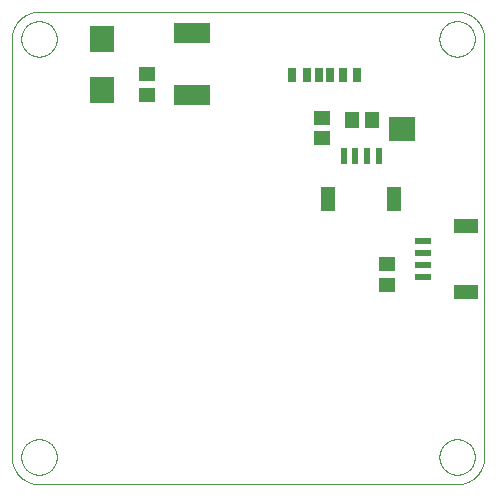
<source format=gtp>
G04 EAGLE Gerber RS-274X export*
G75*
%MOMM*%
%FSLAX34Y34*%
%LPD*%
%INParts Top*%
%IPPOS*%
%AMOC8*
5,1,8,0,0,1.08239X$1,22.5*%
G01*
G04 Define Apertures*
%ADD10C,0.000000*%
%ADD11R,0.700000X1.200000*%
%ADD12R,0.760000X1.200000*%
%ADD13R,0.800000X1.200000*%
%ADD14R,3.150000X1.780000*%
%ADD15R,2.123900X2.284100*%
%ADD16R,1.200000X2.000000*%
%ADD17R,0.600000X1.350000*%
%ADD18R,1.465300X1.164600*%
%ADD19R,2.000000X1.200000*%
%ADD20R,1.350000X0.600000*%
%ADD21R,2.235200X2.057400*%
%ADD22R,1.164600X1.465300*%
D10*
X23000Y400000D02*
X22444Y399993D01*
X21889Y399973D01*
X21334Y399940D01*
X20780Y399893D01*
X20228Y399832D01*
X19677Y399759D01*
X19128Y399672D01*
X18581Y399572D01*
X18037Y399458D01*
X17496Y399332D01*
X16958Y399192D01*
X16423Y399040D01*
X15893Y398874D01*
X15366Y398696D01*
X14844Y398505D01*
X14327Y398302D01*
X13815Y398086D01*
X13308Y397858D01*
X12807Y397618D01*
X12311Y397365D01*
X11822Y397101D01*
X11340Y396825D01*
X10864Y396538D01*
X10396Y396239D01*
X9935Y395929D01*
X9481Y395607D01*
X9035Y395275D01*
X8598Y394933D01*
X8169Y394579D01*
X7748Y394216D01*
X7337Y393842D01*
X6934Y393459D01*
X6541Y393066D01*
X6158Y392663D01*
X5784Y392252D01*
X5421Y391831D01*
X5067Y391402D01*
X4725Y390965D01*
X4393Y390519D01*
X4071Y390065D01*
X3761Y389604D01*
X3462Y389136D01*
X3175Y388660D01*
X2899Y388178D01*
X2635Y387689D01*
X2382Y387193D01*
X2142Y386692D01*
X1914Y386185D01*
X1698Y385673D01*
X1495Y385156D01*
X1304Y384634D01*
X1126Y384107D01*
X960Y383577D01*
X808Y383042D01*
X668Y382504D01*
X542Y381963D01*
X428Y381419D01*
X328Y380872D01*
X241Y380323D01*
X168Y379772D01*
X107Y379220D01*
X60Y378666D01*
X27Y378111D01*
X7Y377556D01*
X0Y377000D01*
X23000Y400000D02*
X377000Y400000D01*
X377556Y399993D01*
X378111Y399973D01*
X378666Y399940D01*
X379220Y399893D01*
X379772Y399832D01*
X380323Y399759D01*
X380872Y399672D01*
X381419Y399572D01*
X381963Y399458D01*
X382504Y399332D01*
X383042Y399192D01*
X383577Y399040D01*
X384107Y398874D01*
X384634Y398696D01*
X385156Y398505D01*
X385673Y398302D01*
X386185Y398086D01*
X386692Y397858D01*
X387193Y397618D01*
X387689Y397365D01*
X388178Y397101D01*
X388660Y396825D01*
X389136Y396538D01*
X389604Y396239D01*
X390065Y395929D01*
X390519Y395607D01*
X390965Y395275D01*
X391402Y394933D01*
X391831Y394579D01*
X392252Y394216D01*
X392663Y393842D01*
X393066Y393459D01*
X393459Y393066D01*
X393842Y392663D01*
X394216Y392252D01*
X394579Y391831D01*
X394933Y391402D01*
X395275Y390965D01*
X395607Y390519D01*
X395929Y390065D01*
X396239Y389604D01*
X396538Y389136D01*
X396825Y388660D01*
X397101Y388178D01*
X397365Y387689D01*
X397618Y387193D01*
X397858Y386692D01*
X398086Y386185D01*
X398302Y385673D01*
X398505Y385156D01*
X398696Y384634D01*
X398874Y384107D01*
X399040Y383577D01*
X399192Y383042D01*
X399332Y382504D01*
X399458Y381963D01*
X399572Y381419D01*
X399672Y380872D01*
X399759Y380323D01*
X399832Y379772D01*
X399893Y379220D01*
X399940Y378666D01*
X399973Y378111D01*
X399993Y377556D01*
X400000Y377000D01*
X400000Y23000D01*
X399993Y22444D01*
X399973Y21889D01*
X399940Y21334D01*
X399893Y20780D01*
X399832Y20228D01*
X399759Y19677D01*
X399672Y19128D01*
X399572Y18581D01*
X399458Y18037D01*
X399332Y17496D01*
X399192Y16958D01*
X399040Y16423D01*
X398874Y15893D01*
X398696Y15366D01*
X398505Y14844D01*
X398302Y14327D01*
X398086Y13815D01*
X397858Y13308D01*
X397618Y12807D01*
X397365Y12311D01*
X397101Y11822D01*
X396825Y11340D01*
X396538Y10864D01*
X396239Y10396D01*
X395929Y9935D01*
X395607Y9481D01*
X395275Y9035D01*
X394933Y8598D01*
X394579Y8169D01*
X394216Y7748D01*
X393842Y7337D01*
X393459Y6934D01*
X393066Y6541D01*
X392663Y6158D01*
X392252Y5784D01*
X391831Y5421D01*
X391402Y5067D01*
X390965Y4725D01*
X390519Y4393D01*
X390065Y4071D01*
X389604Y3761D01*
X389136Y3462D01*
X388660Y3175D01*
X388178Y2899D01*
X387689Y2635D01*
X387193Y2382D01*
X386692Y2142D01*
X386185Y1914D01*
X385673Y1698D01*
X385156Y1495D01*
X384634Y1304D01*
X384107Y1126D01*
X383577Y960D01*
X383042Y808D01*
X382504Y668D01*
X381963Y542D01*
X381419Y428D01*
X380872Y328D01*
X380323Y241D01*
X379772Y168D01*
X379220Y107D01*
X378666Y60D01*
X378111Y27D01*
X377556Y7D01*
X377000Y0D01*
X23000Y0D01*
X22444Y7D01*
X21889Y27D01*
X21334Y60D01*
X20780Y107D01*
X20228Y168D01*
X19677Y241D01*
X19128Y328D01*
X18581Y428D01*
X18037Y542D01*
X17496Y668D01*
X16958Y808D01*
X16423Y960D01*
X15893Y1126D01*
X15366Y1304D01*
X14844Y1495D01*
X14327Y1698D01*
X13815Y1914D01*
X13308Y2142D01*
X12807Y2382D01*
X12311Y2635D01*
X11822Y2899D01*
X11340Y3175D01*
X10864Y3462D01*
X10396Y3761D01*
X9935Y4071D01*
X9481Y4393D01*
X9035Y4725D01*
X8598Y5067D01*
X8169Y5421D01*
X7748Y5784D01*
X7337Y6158D01*
X6934Y6541D01*
X6541Y6934D01*
X6158Y7337D01*
X5784Y7748D01*
X5421Y8169D01*
X5067Y8598D01*
X4725Y9035D01*
X4393Y9481D01*
X4071Y9935D01*
X3761Y10396D01*
X3462Y10864D01*
X3175Y11340D01*
X2899Y11822D01*
X2635Y12311D01*
X2382Y12807D01*
X2142Y13308D01*
X1914Y13815D01*
X1698Y14327D01*
X1495Y14844D01*
X1304Y15366D01*
X1126Y15893D01*
X960Y16423D01*
X808Y16958D01*
X668Y17496D01*
X542Y18037D01*
X428Y18581D01*
X328Y19128D01*
X241Y19677D01*
X168Y20228D01*
X107Y20780D01*
X60Y21334D01*
X27Y21889D01*
X7Y22444D01*
X0Y23000D01*
X0Y377000D01*
X8000Y23000D02*
X8005Y23368D01*
X8018Y23736D01*
X8041Y24103D01*
X8072Y24470D01*
X8113Y24836D01*
X8162Y25201D01*
X8221Y25564D01*
X8288Y25926D01*
X8364Y26287D01*
X8450Y26645D01*
X8543Y27001D01*
X8646Y27354D01*
X8757Y27705D01*
X8877Y28053D01*
X9005Y28398D01*
X9142Y28740D01*
X9287Y29079D01*
X9440Y29413D01*
X9602Y29744D01*
X9771Y30071D01*
X9949Y30393D01*
X10134Y30712D01*
X10327Y31025D01*
X10528Y31334D01*
X10736Y31637D01*
X10952Y31935D01*
X11175Y32228D01*
X11405Y32516D01*
X11642Y32798D01*
X11886Y33073D01*
X12136Y33343D01*
X12393Y33607D01*
X12657Y33864D01*
X12927Y34114D01*
X13202Y34358D01*
X13484Y34595D01*
X13772Y34825D01*
X14065Y35048D01*
X14363Y35264D01*
X14666Y35472D01*
X14975Y35673D01*
X15288Y35866D01*
X15607Y36051D01*
X15929Y36229D01*
X16256Y36398D01*
X16587Y36560D01*
X16921Y36713D01*
X17260Y36858D01*
X17602Y36995D01*
X17947Y37123D01*
X18295Y37243D01*
X18646Y37354D01*
X18999Y37457D01*
X19355Y37550D01*
X19713Y37636D01*
X20074Y37712D01*
X20436Y37779D01*
X20799Y37838D01*
X21164Y37887D01*
X21530Y37928D01*
X21897Y37959D01*
X22264Y37982D01*
X22632Y37995D01*
X23000Y38000D01*
X23368Y37995D01*
X23736Y37982D01*
X24103Y37959D01*
X24470Y37928D01*
X24836Y37887D01*
X25201Y37838D01*
X25564Y37779D01*
X25926Y37712D01*
X26287Y37636D01*
X26645Y37550D01*
X27001Y37457D01*
X27354Y37354D01*
X27705Y37243D01*
X28053Y37123D01*
X28398Y36995D01*
X28740Y36858D01*
X29079Y36713D01*
X29413Y36560D01*
X29744Y36398D01*
X30071Y36229D01*
X30393Y36051D01*
X30712Y35866D01*
X31025Y35673D01*
X31334Y35472D01*
X31637Y35264D01*
X31935Y35048D01*
X32228Y34825D01*
X32516Y34595D01*
X32798Y34358D01*
X33073Y34114D01*
X33343Y33864D01*
X33607Y33607D01*
X33864Y33343D01*
X34114Y33073D01*
X34358Y32798D01*
X34595Y32516D01*
X34825Y32228D01*
X35048Y31935D01*
X35264Y31637D01*
X35472Y31334D01*
X35673Y31025D01*
X35866Y30712D01*
X36051Y30393D01*
X36229Y30071D01*
X36398Y29744D01*
X36560Y29413D01*
X36713Y29079D01*
X36858Y28740D01*
X36995Y28398D01*
X37123Y28053D01*
X37243Y27705D01*
X37354Y27354D01*
X37457Y27001D01*
X37550Y26645D01*
X37636Y26287D01*
X37712Y25926D01*
X37779Y25564D01*
X37838Y25201D01*
X37887Y24836D01*
X37928Y24470D01*
X37959Y24103D01*
X37982Y23736D01*
X37995Y23368D01*
X38000Y23000D01*
X37995Y22632D01*
X37982Y22264D01*
X37959Y21897D01*
X37928Y21530D01*
X37887Y21164D01*
X37838Y20799D01*
X37779Y20436D01*
X37712Y20074D01*
X37636Y19713D01*
X37550Y19355D01*
X37457Y18999D01*
X37354Y18646D01*
X37243Y18295D01*
X37123Y17947D01*
X36995Y17602D01*
X36858Y17260D01*
X36713Y16921D01*
X36560Y16587D01*
X36398Y16256D01*
X36229Y15929D01*
X36051Y15607D01*
X35866Y15288D01*
X35673Y14975D01*
X35472Y14666D01*
X35264Y14363D01*
X35048Y14065D01*
X34825Y13772D01*
X34595Y13484D01*
X34358Y13202D01*
X34114Y12927D01*
X33864Y12657D01*
X33607Y12393D01*
X33343Y12136D01*
X33073Y11886D01*
X32798Y11642D01*
X32516Y11405D01*
X32228Y11175D01*
X31935Y10952D01*
X31637Y10736D01*
X31334Y10528D01*
X31025Y10327D01*
X30712Y10134D01*
X30393Y9949D01*
X30071Y9771D01*
X29744Y9602D01*
X29413Y9440D01*
X29079Y9287D01*
X28740Y9142D01*
X28398Y9005D01*
X28053Y8877D01*
X27705Y8757D01*
X27354Y8646D01*
X27001Y8543D01*
X26645Y8450D01*
X26287Y8364D01*
X25926Y8288D01*
X25564Y8221D01*
X25201Y8162D01*
X24836Y8113D01*
X24470Y8072D01*
X24103Y8041D01*
X23736Y8018D01*
X23368Y8005D01*
X23000Y8000D01*
X22632Y8005D01*
X22264Y8018D01*
X21897Y8041D01*
X21530Y8072D01*
X21164Y8113D01*
X20799Y8162D01*
X20436Y8221D01*
X20074Y8288D01*
X19713Y8364D01*
X19355Y8450D01*
X18999Y8543D01*
X18646Y8646D01*
X18295Y8757D01*
X17947Y8877D01*
X17602Y9005D01*
X17260Y9142D01*
X16921Y9287D01*
X16587Y9440D01*
X16256Y9602D01*
X15929Y9771D01*
X15607Y9949D01*
X15288Y10134D01*
X14975Y10327D01*
X14666Y10528D01*
X14363Y10736D01*
X14065Y10952D01*
X13772Y11175D01*
X13484Y11405D01*
X13202Y11642D01*
X12927Y11886D01*
X12657Y12136D01*
X12393Y12393D01*
X12136Y12657D01*
X11886Y12927D01*
X11642Y13202D01*
X11405Y13484D01*
X11175Y13772D01*
X10952Y14065D01*
X10736Y14363D01*
X10528Y14666D01*
X10327Y14975D01*
X10134Y15288D01*
X9949Y15607D01*
X9771Y15929D01*
X9602Y16256D01*
X9440Y16587D01*
X9287Y16921D01*
X9142Y17260D01*
X9005Y17602D01*
X8877Y17947D01*
X8757Y18295D01*
X8646Y18646D01*
X8543Y18999D01*
X8450Y19355D01*
X8364Y19713D01*
X8288Y20074D01*
X8221Y20436D01*
X8162Y20799D01*
X8113Y21164D01*
X8072Y21530D01*
X8041Y21897D01*
X8018Y22264D01*
X8005Y22632D01*
X8000Y23000D01*
X8000Y377000D02*
X8005Y377368D01*
X8018Y377736D01*
X8041Y378103D01*
X8072Y378470D01*
X8113Y378836D01*
X8162Y379201D01*
X8221Y379564D01*
X8288Y379926D01*
X8364Y380287D01*
X8450Y380645D01*
X8543Y381001D01*
X8646Y381354D01*
X8757Y381705D01*
X8877Y382053D01*
X9005Y382398D01*
X9142Y382740D01*
X9287Y383079D01*
X9440Y383413D01*
X9602Y383744D01*
X9771Y384071D01*
X9949Y384393D01*
X10134Y384712D01*
X10327Y385025D01*
X10528Y385334D01*
X10736Y385637D01*
X10952Y385935D01*
X11175Y386228D01*
X11405Y386516D01*
X11642Y386798D01*
X11886Y387073D01*
X12136Y387343D01*
X12393Y387607D01*
X12657Y387864D01*
X12927Y388114D01*
X13202Y388358D01*
X13484Y388595D01*
X13772Y388825D01*
X14065Y389048D01*
X14363Y389264D01*
X14666Y389472D01*
X14975Y389673D01*
X15288Y389866D01*
X15607Y390051D01*
X15929Y390229D01*
X16256Y390398D01*
X16587Y390560D01*
X16921Y390713D01*
X17260Y390858D01*
X17602Y390995D01*
X17947Y391123D01*
X18295Y391243D01*
X18646Y391354D01*
X18999Y391457D01*
X19355Y391550D01*
X19713Y391636D01*
X20074Y391712D01*
X20436Y391779D01*
X20799Y391838D01*
X21164Y391887D01*
X21530Y391928D01*
X21897Y391959D01*
X22264Y391982D01*
X22632Y391995D01*
X23000Y392000D01*
X23368Y391995D01*
X23736Y391982D01*
X24103Y391959D01*
X24470Y391928D01*
X24836Y391887D01*
X25201Y391838D01*
X25564Y391779D01*
X25926Y391712D01*
X26287Y391636D01*
X26645Y391550D01*
X27001Y391457D01*
X27354Y391354D01*
X27705Y391243D01*
X28053Y391123D01*
X28398Y390995D01*
X28740Y390858D01*
X29079Y390713D01*
X29413Y390560D01*
X29744Y390398D01*
X30071Y390229D01*
X30393Y390051D01*
X30712Y389866D01*
X31025Y389673D01*
X31334Y389472D01*
X31637Y389264D01*
X31935Y389048D01*
X32228Y388825D01*
X32516Y388595D01*
X32798Y388358D01*
X33073Y388114D01*
X33343Y387864D01*
X33607Y387607D01*
X33864Y387343D01*
X34114Y387073D01*
X34358Y386798D01*
X34595Y386516D01*
X34825Y386228D01*
X35048Y385935D01*
X35264Y385637D01*
X35472Y385334D01*
X35673Y385025D01*
X35866Y384712D01*
X36051Y384393D01*
X36229Y384071D01*
X36398Y383744D01*
X36560Y383413D01*
X36713Y383079D01*
X36858Y382740D01*
X36995Y382398D01*
X37123Y382053D01*
X37243Y381705D01*
X37354Y381354D01*
X37457Y381001D01*
X37550Y380645D01*
X37636Y380287D01*
X37712Y379926D01*
X37779Y379564D01*
X37838Y379201D01*
X37887Y378836D01*
X37928Y378470D01*
X37959Y378103D01*
X37982Y377736D01*
X37995Y377368D01*
X38000Y377000D01*
X37995Y376632D01*
X37982Y376264D01*
X37959Y375897D01*
X37928Y375530D01*
X37887Y375164D01*
X37838Y374799D01*
X37779Y374436D01*
X37712Y374074D01*
X37636Y373713D01*
X37550Y373355D01*
X37457Y372999D01*
X37354Y372646D01*
X37243Y372295D01*
X37123Y371947D01*
X36995Y371602D01*
X36858Y371260D01*
X36713Y370921D01*
X36560Y370587D01*
X36398Y370256D01*
X36229Y369929D01*
X36051Y369607D01*
X35866Y369288D01*
X35673Y368975D01*
X35472Y368666D01*
X35264Y368363D01*
X35048Y368065D01*
X34825Y367772D01*
X34595Y367484D01*
X34358Y367202D01*
X34114Y366927D01*
X33864Y366657D01*
X33607Y366393D01*
X33343Y366136D01*
X33073Y365886D01*
X32798Y365642D01*
X32516Y365405D01*
X32228Y365175D01*
X31935Y364952D01*
X31637Y364736D01*
X31334Y364528D01*
X31025Y364327D01*
X30712Y364134D01*
X30393Y363949D01*
X30071Y363771D01*
X29744Y363602D01*
X29413Y363440D01*
X29079Y363287D01*
X28740Y363142D01*
X28398Y363005D01*
X28053Y362877D01*
X27705Y362757D01*
X27354Y362646D01*
X27001Y362543D01*
X26645Y362450D01*
X26287Y362364D01*
X25926Y362288D01*
X25564Y362221D01*
X25201Y362162D01*
X24836Y362113D01*
X24470Y362072D01*
X24103Y362041D01*
X23736Y362018D01*
X23368Y362005D01*
X23000Y362000D01*
X22632Y362005D01*
X22264Y362018D01*
X21897Y362041D01*
X21530Y362072D01*
X21164Y362113D01*
X20799Y362162D01*
X20436Y362221D01*
X20074Y362288D01*
X19713Y362364D01*
X19355Y362450D01*
X18999Y362543D01*
X18646Y362646D01*
X18295Y362757D01*
X17947Y362877D01*
X17602Y363005D01*
X17260Y363142D01*
X16921Y363287D01*
X16587Y363440D01*
X16256Y363602D01*
X15929Y363771D01*
X15607Y363949D01*
X15288Y364134D01*
X14975Y364327D01*
X14666Y364528D01*
X14363Y364736D01*
X14065Y364952D01*
X13772Y365175D01*
X13484Y365405D01*
X13202Y365642D01*
X12927Y365886D01*
X12657Y366136D01*
X12393Y366393D01*
X12136Y366657D01*
X11886Y366927D01*
X11642Y367202D01*
X11405Y367484D01*
X11175Y367772D01*
X10952Y368065D01*
X10736Y368363D01*
X10528Y368666D01*
X10327Y368975D01*
X10134Y369288D01*
X9949Y369607D01*
X9771Y369929D01*
X9602Y370256D01*
X9440Y370587D01*
X9287Y370921D01*
X9142Y371260D01*
X9005Y371602D01*
X8877Y371947D01*
X8757Y372295D01*
X8646Y372646D01*
X8543Y372999D01*
X8450Y373355D01*
X8364Y373713D01*
X8288Y374074D01*
X8221Y374436D01*
X8162Y374799D01*
X8113Y375164D01*
X8072Y375530D01*
X8041Y375897D01*
X8018Y376264D01*
X8005Y376632D01*
X8000Y377000D01*
X362000Y23000D02*
X362005Y23368D01*
X362018Y23736D01*
X362041Y24103D01*
X362072Y24470D01*
X362113Y24836D01*
X362162Y25201D01*
X362221Y25564D01*
X362288Y25926D01*
X362364Y26287D01*
X362450Y26645D01*
X362543Y27001D01*
X362646Y27354D01*
X362757Y27705D01*
X362877Y28053D01*
X363005Y28398D01*
X363142Y28740D01*
X363287Y29079D01*
X363440Y29413D01*
X363602Y29744D01*
X363771Y30071D01*
X363949Y30393D01*
X364134Y30712D01*
X364327Y31025D01*
X364528Y31334D01*
X364736Y31637D01*
X364952Y31935D01*
X365175Y32228D01*
X365405Y32516D01*
X365642Y32798D01*
X365886Y33073D01*
X366136Y33343D01*
X366393Y33607D01*
X366657Y33864D01*
X366927Y34114D01*
X367202Y34358D01*
X367484Y34595D01*
X367772Y34825D01*
X368065Y35048D01*
X368363Y35264D01*
X368666Y35472D01*
X368975Y35673D01*
X369288Y35866D01*
X369607Y36051D01*
X369929Y36229D01*
X370256Y36398D01*
X370587Y36560D01*
X370921Y36713D01*
X371260Y36858D01*
X371602Y36995D01*
X371947Y37123D01*
X372295Y37243D01*
X372646Y37354D01*
X372999Y37457D01*
X373355Y37550D01*
X373713Y37636D01*
X374074Y37712D01*
X374436Y37779D01*
X374799Y37838D01*
X375164Y37887D01*
X375530Y37928D01*
X375897Y37959D01*
X376264Y37982D01*
X376632Y37995D01*
X377000Y38000D01*
X377368Y37995D01*
X377736Y37982D01*
X378103Y37959D01*
X378470Y37928D01*
X378836Y37887D01*
X379201Y37838D01*
X379564Y37779D01*
X379926Y37712D01*
X380287Y37636D01*
X380645Y37550D01*
X381001Y37457D01*
X381354Y37354D01*
X381705Y37243D01*
X382053Y37123D01*
X382398Y36995D01*
X382740Y36858D01*
X383079Y36713D01*
X383413Y36560D01*
X383744Y36398D01*
X384071Y36229D01*
X384393Y36051D01*
X384712Y35866D01*
X385025Y35673D01*
X385334Y35472D01*
X385637Y35264D01*
X385935Y35048D01*
X386228Y34825D01*
X386516Y34595D01*
X386798Y34358D01*
X387073Y34114D01*
X387343Y33864D01*
X387607Y33607D01*
X387864Y33343D01*
X388114Y33073D01*
X388358Y32798D01*
X388595Y32516D01*
X388825Y32228D01*
X389048Y31935D01*
X389264Y31637D01*
X389472Y31334D01*
X389673Y31025D01*
X389866Y30712D01*
X390051Y30393D01*
X390229Y30071D01*
X390398Y29744D01*
X390560Y29413D01*
X390713Y29079D01*
X390858Y28740D01*
X390995Y28398D01*
X391123Y28053D01*
X391243Y27705D01*
X391354Y27354D01*
X391457Y27001D01*
X391550Y26645D01*
X391636Y26287D01*
X391712Y25926D01*
X391779Y25564D01*
X391838Y25201D01*
X391887Y24836D01*
X391928Y24470D01*
X391959Y24103D01*
X391982Y23736D01*
X391995Y23368D01*
X392000Y23000D01*
X391995Y22632D01*
X391982Y22264D01*
X391959Y21897D01*
X391928Y21530D01*
X391887Y21164D01*
X391838Y20799D01*
X391779Y20436D01*
X391712Y20074D01*
X391636Y19713D01*
X391550Y19355D01*
X391457Y18999D01*
X391354Y18646D01*
X391243Y18295D01*
X391123Y17947D01*
X390995Y17602D01*
X390858Y17260D01*
X390713Y16921D01*
X390560Y16587D01*
X390398Y16256D01*
X390229Y15929D01*
X390051Y15607D01*
X389866Y15288D01*
X389673Y14975D01*
X389472Y14666D01*
X389264Y14363D01*
X389048Y14065D01*
X388825Y13772D01*
X388595Y13484D01*
X388358Y13202D01*
X388114Y12927D01*
X387864Y12657D01*
X387607Y12393D01*
X387343Y12136D01*
X387073Y11886D01*
X386798Y11642D01*
X386516Y11405D01*
X386228Y11175D01*
X385935Y10952D01*
X385637Y10736D01*
X385334Y10528D01*
X385025Y10327D01*
X384712Y10134D01*
X384393Y9949D01*
X384071Y9771D01*
X383744Y9602D01*
X383413Y9440D01*
X383079Y9287D01*
X382740Y9142D01*
X382398Y9005D01*
X382053Y8877D01*
X381705Y8757D01*
X381354Y8646D01*
X381001Y8543D01*
X380645Y8450D01*
X380287Y8364D01*
X379926Y8288D01*
X379564Y8221D01*
X379201Y8162D01*
X378836Y8113D01*
X378470Y8072D01*
X378103Y8041D01*
X377736Y8018D01*
X377368Y8005D01*
X377000Y8000D01*
X376632Y8005D01*
X376264Y8018D01*
X375897Y8041D01*
X375530Y8072D01*
X375164Y8113D01*
X374799Y8162D01*
X374436Y8221D01*
X374074Y8288D01*
X373713Y8364D01*
X373355Y8450D01*
X372999Y8543D01*
X372646Y8646D01*
X372295Y8757D01*
X371947Y8877D01*
X371602Y9005D01*
X371260Y9142D01*
X370921Y9287D01*
X370587Y9440D01*
X370256Y9602D01*
X369929Y9771D01*
X369607Y9949D01*
X369288Y10134D01*
X368975Y10327D01*
X368666Y10528D01*
X368363Y10736D01*
X368065Y10952D01*
X367772Y11175D01*
X367484Y11405D01*
X367202Y11642D01*
X366927Y11886D01*
X366657Y12136D01*
X366393Y12393D01*
X366136Y12657D01*
X365886Y12927D01*
X365642Y13202D01*
X365405Y13484D01*
X365175Y13772D01*
X364952Y14065D01*
X364736Y14363D01*
X364528Y14666D01*
X364327Y14975D01*
X364134Y15288D01*
X363949Y15607D01*
X363771Y15929D01*
X363602Y16256D01*
X363440Y16587D01*
X363287Y16921D01*
X363142Y17260D01*
X363005Y17602D01*
X362877Y17947D01*
X362757Y18295D01*
X362646Y18646D01*
X362543Y18999D01*
X362450Y19355D01*
X362364Y19713D01*
X362288Y20074D01*
X362221Y20436D01*
X362162Y20799D01*
X362113Y21164D01*
X362072Y21530D01*
X362041Y21897D01*
X362018Y22264D01*
X362005Y22632D01*
X362000Y23000D01*
X362000Y377000D02*
X362005Y377368D01*
X362018Y377736D01*
X362041Y378103D01*
X362072Y378470D01*
X362113Y378836D01*
X362162Y379201D01*
X362221Y379564D01*
X362288Y379926D01*
X362364Y380287D01*
X362450Y380645D01*
X362543Y381001D01*
X362646Y381354D01*
X362757Y381705D01*
X362877Y382053D01*
X363005Y382398D01*
X363142Y382740D01*
X363287Y383079D01*
X363440Y383413D01*
X363602Y383744D01*
X363771Y384071D01*
X363949Y384393D01*
X364134Y384712D01*
X364327Y385025D01*
X364528Y385334D01*
X364736Y385637D01*
X364952Y385935D01*
X365175Y386228D01*
X365405Y386516D01*
X365642Y386798D01*
X365886Y387073D01*
X366136Y387343D01*
X366393Y387607D01*
X366657Y387864D01*
X366927Y388114D01*
X367202Y388358D01*
X367484Y388595D01*
X367772Y388825D01*
X368065Y389048D01*
X368363Y389264D01*
X368666Y389472D01*
X368975Y389673D01*
X369288Y389866D01*
X369607Y390051D01*
X369929Y390229D01*
X370256Y390398D01*
X370587Y390560D01*
X370921Y390713D01*
X371260Y390858D01*
X371602Y390995D01*
X371947Y391123D01*
X372295Y391243D01*
X372646Y391354D01*
X372999Y391457D01*
X373355Y391550D01*
X373713Y391636D01*
X374074Y391712D01*
X374436Y391779D01*
X374799Y391838D01*
X375164Y391887D01*
X375530Y391928D01*
X375897Y391959D01*
X376264Y391982D01*
X376632Y391995D01*
X377000Y392000D01*
X377368Y391995D01*
X377736Y391982D01*
X378103Y391959D01*
X378470Y391928D01*
X378836Y391887D01*
X379201Y391838D01*
X379564Y391779D01*
X379926Y391712D01*
X380287Y391636D01*
X380645Y391550D01*
X381001Y391457D01*
X381354Y391354D01*
X381705Y391243D01*
X382053Y391123D01*
X382398Y390995D01*
X382740Y390858D01*
X383079Y390713D01*
X383413Y390560D01*
X383744Y390398D01*
X384071Y390229D01*
X384393Y390051D01*
X384712Y389866D01*
X385025Y389673D01*
X385334Y389472D01*
X385637Y389264D01*
X385935Y389048D01*
X386228Y388825D01*
X386516Y388595D01*
X386798Y388358D01*
X387073Y388114D01*
X387343Y387864D01*
X387607Y387607D01*
X387864Y387343D01*
X388114Y387073D01*
X388358Y386798D01*
X388595Y386516D01*
X388825Y386228D01*
X389048Y385935D01*
X389264Y385637D01*
X389472Y385334D01*
X389673Y385025D01*
X389866Y384712D01*
X390051Y384393D01*
X390229Y384071D01*
X390398Y383744D01*
X390560Y383413D01*
X390713Y383079D01*
X390858Y382740D01*
X390995Y382398D01*
X391123Y382053D01*
X391243Y381705D01*
X391354Y381354D01*
X391457Y381001D01*
X391550Y380645D01*
X391636Y380287D01*
X391712Y379926D01*
X391779Y379564D01*
X391838Y379201D01*
X391887Y378836D01*
X391928Y378470D01*
X391959Y378103D01*
X391982Y377736D01*
X391995Y377368D01*
X392000Y377000D01*
X391995Y376632D01*
X391982Y376264D01*
X391959Y375897D01*
X391928Y375530D01*
X391887Y375164D01*
X391838Y374799D01*
X391779Y374436D01*
X391712Y374074D01*
X391636Y373713D01*
X391550Y373355D01*
X391457Y372999D01*
X391354Y372646D01*
X391243Y372295D01*
X391123Y371947D01*
X390995Y371602D01*
X390858Y371260D01*
X390713Y370921D01*
X390560Y370587D01*
X390398Y370256D01*
X390229Y369929D01*
X390051Y369607D01*
X389866Y369288D01*
X389673Y368975D01*
X389472Y368666D01*
X389264Y368363D01*
X389048Y368065D01*
X388825Y367772D01*
X388595Y367484D01*
X388358Y367202D01*
X388114Y366927D01*
X387864Y366657D01*
X387607Y366393D01*
X387343Y366136D01*
X387073Y365886D01*
X386798Y365642D01*
X386516Y365405D01*
X386228Y365175D01*
X385935Y364952D01*
X385637Y364736D01*
X385334Y364528D01*
X385025Y364327D01*
X384712Y364134D01*
X384393Y363949D01*
X384071Y363771D01*
X383744Y363602D01*
X383413Y363440D01*
X383079Y363287D01*
X382740Y363142D01*
X382398Y363005D01*
X382053Y362877D01*
X381705Y362757D01*
X381354Y362646D01*
X381001Y362543D01*
X380645Y362450D01*
X380287Y362364D01*
X379926Y362288D01*
X379564Y362221D01*
X379201Y362162D01*
X378836Y362113D01*
X378470Y362072D01*
X378103Y362041D01*
X377736Y362018D01*
X377368Y362005D01*
X377000Y362000D01*
X376632Y362005D01*
X376264Y362018D01*
X375897Y362041D01*
X375530Y362072D01*
X375164Y362113D01*
X374799Y362162D01*
X374436Y362221D01*
X374074Y362288D01*
X373713Y362364D01*
X373355Y362450D01*
X372999Y362543D01*
X372646Y362646D01*
X372295Y362757D01*
X371947Y362877D01*
X371602Y363005D01*
X371260Y363142D01*
X370921Y363287D01*
X370587Y363440D01*
X370256Y363602D01*
X369929Y363771D01*
X369607Y363949D01*
X369288Y364134D01*
X368975Y364327D01*
X368666Y364528D01*
X368363Y364736D01*
X368065Y364952D01*
X367772Y365175D01*
X367484Y365405D01*
X367202Y365642D01*
X366927Y365886D01*
X366657Y366136D01*
X366393Y366393D01*
X366136Y366657D01*
X365886Y366927D01*
X365642Y367202D01*
X365405Y367484D01*
X365175Y367772D01*
X364952Y368065D01*
X364736Y368363D01*
X364528Y368666D01*
X364327Y368975D01*
X364134Y369288D01*
X363949Y369607D01*
X363771Y369929D01*
X363602Y370256D01*
X363440Y370587D01*
X363287Y370921D01*
X363142Y371260D01*
X363005Y371602D01*
X362877Y371947D01*
X362757Y372295D01*
X362646Y372646D01*
X362543Y372999D01*
X362450Y373355D01*
X362364Y373713D01*
X362288Y374074D01*
X362221Y374436D01*
X362162Y374799D01*
X362113Y375164D01*
X362072Y375530D01*
X362041Y375897D01*
X362018Y376264D01*
X362005Y376632D01*
X362000Y377000D01*
D11*
X269795Y346070D03*
D12*
X249595Y346070D03*
D13*
X237295Y346070D03*
D11*
X259795Y346070D03*
D12*
X279995Y346070D03*
D13*
X292295Y346070D03*
D14*
X152400Y329450D03*
X152400Y381750D03*
D15*
X76200Y333959D03*
X76200Y377241D03*
D16*
X267910Y241380D03*
X323910Y241380D03*
D17*
X280910Y278130D03*
X290910Y278130D03*
X300910Y278130D03*
X310910Y278130D03*
D18*
X262890Y310379D03*
X262890Y292871D03*
D19*
X384920Y162500D03*
X384920Y218500D03*
D20*
X348170Y175500D03*
X348170Y185500D03*
X348170Y195500D03*
X348170Y205500D03*
D18*
X317500Y169046D03*
X317500Y186554D03*
D21*
X330200Y300482D03*
D22*
X305299Y308610D03*
X287791Y308610D03*
D18*
X114300Y329623D03*
X114300Y347131D03*
M02*

</source>
